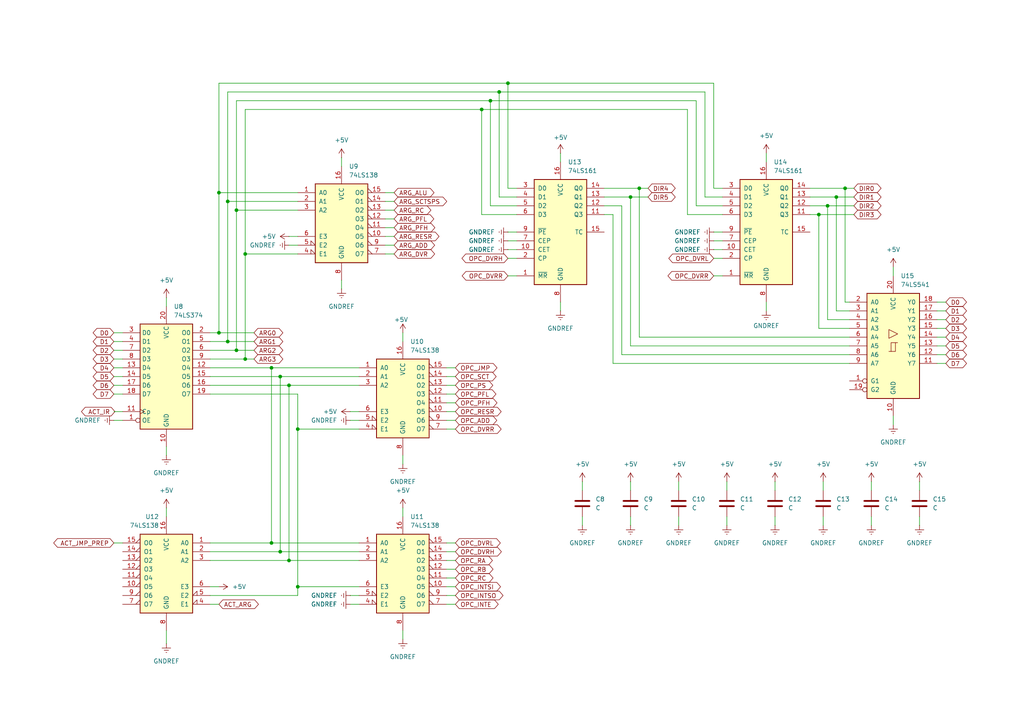
<source format=kicad_sch>
(kicad_sch (version 20250114) (generator "eeschema") (generator_version "9.0")
  (paper "A4")
  (title_block (title "Osnova8 CPU") (date "2025-12-03"))
  (lib_symbols
    (symbol "74xx:74LS138" (pin_names (offset 1.016))
      (property "Reference" "U" (at -7.62 11.43 0))
      (property "Value" "74LS138" (at -7.62 -13.97 0))
      (symbol "74LS138_1_0"
        (pin input line (at -12.7 7.62 0) (length 5.08) (name "A0") (number "1"))
        (pin input line (at -12.7 5.08 0) (length 5.08) (name "A1") (number "2"))
        (pin input line (at -12.7 2.54 0) (length 5.08) (name "A2") (number "3"))
        (pin input line (at -12.7 -5.08 0) (length 5.08) (name "E3") (number "6"))
        (pin input input_low (at -12.7 -7.62 0) (length 5.08) (name "E2") (number "5"))
        (pin input input_low (at -12.7 -10.16 0) (length 5.08) (name "E1") (number "4"))
        (pin power_in line (at 0 15.24 270) (length 5.08) (name "VCC") (number "16"))
        (pin power_in line (at 0 -17.78 90) (length 5.08) (name "GND") (number "8"))
        (pin output output_low (at 12.7 7.62 180) (length 5.08) (name "O0") (number "15"))
        (pin output output_low (at 12.7 5.08 180) (length 5.08) (name "O1") (number "14"))
        (pin output output_low (at 12.7 2.54 180) (length 5.08) (name "O2") (number "13"))
        (pin output output_low (at 12.7 0 180) (length 5.08) (name "O3") (number "12"))
        (pin output output_low (at 12.7 -2.54 180) (length 5.08) (name "O4") (number "11"))
        (pin output output_low (at 12.7 -5.08 180) (length 5.08) (name "O5") (number "10"))
        (pin output output_low (at 12.7 -7.62 180) (length 5.08) (name "O6") (number "9"))
        (pin output output_low (at 12.7 -10.16 180) (length 5.08) (name "O7") (number "7"))
      )
      (symbol "74LS138_1_1"
        (rectangle (start -7.62 10.16) (end 7.62 -12.7) (stroke (width 0.254)) (fill (type background)))
      )
    )
    (symbol "74xx:74LS161" (pin_names (offset 1.016))
      (property "Reference" "U" (at -7.62 16.51 0))
      (property "Value" "74LS161" (at -7.62 -16.51 0))
      (symbol "74LS161_1_0"
        (pin input line (at -12.7 12.7 0) (length 5.08) (name "D0") (number "3"))
        (pin input line (at -12.7 10.16 0) (length 5.08) (name "D1") (number "4"))
        (pin input line (at -12.7 7.62 0) (length 5.08) (name "D2") (number "5"))
        (pin input line (at -12.7 5.08 0) (length 5.08) (name "D3") (number "6"))
        (pin input line (at -12.7 0 0) (length 5.08) (name "~{PE}") (number "9"))
        (pin input line (at -12.7 -2.54 0) (length 5.08) (name "CEP") (number "7"))
        (pin input line (at -12.7 -5.08 0) (length 5.08) (name "CET") (number "10"))
        (pin input line (at -12.7 -7.62 0) (length 5.08) (name "CP") (number "2"))
        (pin input line (at -12.7 -12.7 0) (length 5.08) (name "~{MR}") (number "1"))
        (pin power_in line (at 0 20.32 270) (length 5.08) (name "VCC") (number "16"))
        (pin power_in line (at 0 -20.32 90) (length 5.08) (name "GND") (number "8"))
        (pin output line (at 12.7 12.7 180) (length 5.08) (name "Q0") (number "14"))
        (pin output line (at 12.7 10.16 180) (length 5.08) (name "Q1") (number "13"))
        (pin output line (at 12.7 7.62 180) (length 5.08) (name "Q2") (number "12"))
        (pin output line (at 12.7 5.08 180) (length 5.08) (name "Q3") (number "11"))
        (pin output line (at 12.7 0 180) (length 5.08) (name "TC") (number "15"))
      )
      (symbol "74LS161_1_1"
        (rectangle (start -7.62 15.24) (end 7.62 -15.24) (stroke (width 0.254)) (fill (type background)))
      )
    )
    (symbol "74xx:74LS374"
      (property "Reference" "U" (at -7.62 16.51 0))
      (property "Value" "74LS374" (at -7.62 -16.51 0))
      (symbol "74LS374_1_0"
        (pin input line (at -12.7 12.7 0) (length 5.08) (name "D0") (number "3"))
        (pin input line (at -12.7 10.16 0) (length 5.08) (name "D1") (number "4"))
        (pin input line (at -12.7 7.62 0) (length 5.08) (name "D2") (number "7"))
        (pin input line (at -12.7 5.08 0) (length 5.08) (name "D3") (number "8"))
        (pin input line (at -12.7 2.54 0) (length 5.08) (name "D4") (number "13"))
        (pin input line (at -12.7 0 0) (length 5.08) (name "D5") (number "14"))
        (pin input line (at -12.7 -2.54 0) (length 5.08) (name "D6") (number "17"))
        (pin input line (at -12.7 -5.08 0) (length 5.08) (name "D7") (number "18"))
        (pin input clock (at -12.7 -10.16 0) (length 5.08) (name "Cp") (number "11"))
        (pin input inverted (at -12.7 -12.7 0) (length 5.08) (name "OE") (number "1"))
        (pin power_in line (at 0 20.32 270) (length 5.08) (name "VCC") (number "20"))
        (pin power_in line (at 0 -20.32 90) (length 5.08) (name "GND") (number "10"))
        (pin tri_state line (at 12.7 12.7 180) (length 5.08) (name "O0") (number "2"))
        (pin tri_state line (at 12.7 10.16 180) (length 5.08) (name "O1") (number "5"))
        (pin tri_state line (at 12.7 7.62 180) (length 5.08) (name "O2") (number "6"))
        (pin tri_state line (at 12.7 5.08 180) (length 5.08) (name "O3") (number "9"))
        (pin tri_state line (at 12.7 2.54 180) (length 5.08) (name "O4") (number "12"))
        (pin tri_state line (at 12.7 0 180) (length 5.08) (name "O5") (number "15"))
        (pin tri_state line (at 12.7 -2.54 180) (length 5.08) (name "O6") (number "16"))
        (pin tri_state line (at 12.7 -5.08 180) (length 5.08) (name "O7") (number "19"))
      )
      (symbol "74LS374_1_1"
        (rectangle (start -7.62 15.24) (end 7.62 -15.24) (stroke (width 0.254)) (fill (type background)))
      )
    )
    (symbol "74xx:74LS541" (pin_names (offset 1.016))
      (property "Reference" "U" (at -7.62 16.51 0))
      (property "Value" "74LS541" (at -7.62 -16.51 0))
      (symbol "74LS541_1_0"
        (polyline (pts (xy -1.27 -1.6002) (xy 0.635 -1.6002) (xy 0.635 0.9398) (xy 1.27 0.9398)))
        (polyline (pts (xy -0.635 -1.6002) (xy -0.635 0.9398) (xy 0.635 0.9398)))
        (polyline (pts (xy 1.27 3.4798) (xy -1.27 4.7498) (xy -1.27 2.2098) (xy 1.27 3.4798)) (stroke (width 0.1524)))
        (pin input line (at -12.7 12.7 0) (length 5.08) (name "A0") (number "2"))
        (pin input line (at -12.7 10.16 0) (length 5.08) (name "A1") (number "3"))
        (pin input line (at -12.7 7.62 0) (length 5.08) (name "A2") (number "4"))
        (pin input line (at -12.7 5.08 0) (length 5.08) (name "A3") (number "5"))
        (pin input line (at -12.7 2.54 0) (length 5.08) (name "A4") (number "6"))
        (pin input line (at -12.7 0 0) (length 5.08) (name "A5") (number "7"))
        (pin input line (at -12.7 -2.54 0) (length 5.08) (name "A6") (number "8"))
        (pin input line (at -12.7 -5.08 0) (length 5.08) (name "A7") (number "9"))
        (pin input inverted (at -12.7 -10.16 0) (length 5.08) (name "G1") (number "1"))
        (pin input inverted (at -12.7 -12.7 0) (length 5.08) (name "G2") (number "19"))
        (pin power_in line (at 0 20.32 270) (length 5.08) (name "VCC") (number "20"))
        (pin power_in line (at 0 -20.32 90) (length 5.08) (name "GND") (number "10"))
        (pin tri_state line (at 12.7 12.7 180) (length 5.08) (name "Y0") (number "18"))
        (pin tri_state line (at 12.7 10.16 180) (length 5.08) (name "Y1") (number "17"))
        (pin tri_state line (at 12.7 7.62 180) (length 5.08) (name "Y2") (number "16"))
        (pin tri_state line (at 12.7 5.08 180) (length 5.08) (name "Y3") (number "15"))
        (pin tri_state line (at 12.7 2.54 180) (length 5.08) (name "Y4") (number "14"))
        (pin tri_state line (at 12.7 0 180) (length 5.08) (name "Y5") (number "13"))
        (pin tri_state line (at 12.7 -2.54 180) (length 5.08) (name "Y6") (number "12"))
        (pin tri_state line (at 12.7 -5.08 180) (length 5.08) (name "Y7") (number "11"))
      )
      (symbol "74LS541_1_1"
        (rectangle (start -7.62 15.24) (end 7.62 -15.24) (stroke (width 0.254)) (fill (type background)))
      )
    )
    (symbol "Device:C" (pin_numbers (hide yes)) (pin_names (offset 0.254))
      (property "Reference" "C" (at 0.635 2.54 0))
      (property "Value" "C" (at 0.635 -2.54 0))
      (symbol "C_0_1"
        (polyline (pts (xy -2.032 0.762) (xy 2.032 0.762)) (stroke (width 0.508)))
        (polyline (pts (xy -2.032 -0.762) (xy 2.032 -0.762)) (stroke (width 0.508)))
      )
      (symbol "C_1_1"
        (pin passive line (at 0 3.81 270) (length 2.794) (name "~") (number "1"))
        (pin passive line (at 0 -3.81 90) (length 2.794) (name "~") (number "2"))
      )
    )
    (symbol "power:+5V" (power) (pin_numbers (hide yes)) (pin_names (offset 0) (hide yes))
      (property "Value" "+5V" (at 0 3.556 0))
      (symbol "+5V_0_1"
        (polyline (pts (xy -0.762 1.27) (xy 0 2.54)))
        (polyline (pts (xy 0 2.54) (xy 0.762 1.27)))
        (polyline (pts (xy 0 0) (xy 0 2.54)))
      )
      (symbol "+5V_1_1"
        (pin power_in line (at 0 0 90) (length 0) (name "~") (number "1"))
      )
    )
    (symbol "power:GNDREF" (power) (pin_numbers (hide yes)) (pin_names (offset 0) (hide yes))
      (property "Value" "GNDREF" (at 0 -3.81 0))
      (symbol "GNDREF_0_1"
        (polyline (pts (xy -0.635 -1.905) (xy 0.635 -1.905)))
        (polyline (pts (xy -0.127 -2.54) (xy 0.127 -2.54)))
        (polyline (pts (xy 0 -1.27) (xy 0 0)))
        (polyline (pts (xy 1.27 -1.27) (xy -1.27 -1.27)))
      )
      (symbol "GNDREF_1_1"
        (pin power_in line (at 0 0 270) (length 0) (name "~") (number "1"))
      )
    )
  )
  (junction (at 68.58 101.6))
  (junction (at 81.28 160.02))
  (junction (at 71.12 104.14))
  (junction (at 185.42 54.61))
  (junction (at 81.28 109.22))
  (junction (at 182.88 57.15))
  (junction (at 83.82 111.76))
  (junction (at 144.78 26.67))
  (junction (at 78.74 157.48))
  (junction (at 63.5 55.88))
  (junction (at 78.74 106.68))
  (junction (at 139.7 31.75))
  (junction (at 86.36 170.18))
  (junction (at 240.03 59.69))
  (junction (at 83.82 162.56))
  (junction (at 66.04 99.06))
  (junction (at 147.32 24.13))
  (junction (at 66.04 58.42))
  (junction (at 237.49 62.23))
  (junction (at 242.57 57.15))
  (junction (at 63.5 96.52))
  (junction (at 86.36 124.46))
  (junction (at 68.58 60.96))
  (junction (at 245.11 54.61))
  (junction (at 71.12 73.66))
  (junction (at 142.24 29.21))
  (wire (pts (xy 266.7 139.7) (xy 266.7 142.24)))
  (wire (pts (xy 83.82 111.76) (xy 83.82 162.56)))
  (wire (pts (xy 207.01 67.31) (xy 209.55 67.31)))
  (wire (pts (xy 116.84 147.32) (xy 116.84 149.86)))
  (wire (pts (xy 177.8 62.23) (xy 175.26 62.23)))
  (wire (pts (xy 114.3 58.42) (xy 111.76 58.42)))
  (wire (pts (xy 259.08 77.47) (xy 259.08 80.01)))
  (wire (pts (xy 147.32 72.39) (xy 149.86 72.39)))
  (wire (pts (xy 68.58 101.6) (xy 73.66 101.6)))
  (wire (pts (xy 196.85 149.86) (xy 196.85 152.4)))
  (wire (pts (xy 132.08 172.72) (xy 129.54 172.72)))
  (wire (pts (xy 209.55 62.23) (xy 199.39 62.23)))
  (wire (pts (xy 242.57 57.15) (xy 247.65 57.15)))
  (wire (pts (xy 63.5 24.13) (xy 147.32 24.13)))
  (wire (pts (xy 101.6 175.26) (xy 104.14 175.26)))
  (wire (pts (xy 60.96 162.56) (xy 83.82 162.56)))
  (wire (pts (xy 185.42 97.79) (xy 246.38 97.79)))
  (wire (pts (xy 274.32 90.17) (xy 271.78 90.17)))
  (wire (pts (xy 207.01 74.93) (xy 209.55 74.93)))
  (wire (pts (xy 81.28 109.22) (xy 81.28 160.02)))
  (wire (pts (xy 182.88 57.15) (xy 175.26 57.15)))
  (wire (pts (xy 185.42 54.61) (xy 187.96 54.61)))
  (wire (pts (xy 224.79 149.86) (xy 224.79 152.4)))
  (wire (pts (xy 132.08 162.56) (xy 129.54 162.56)))
  (wire (pts (xy 147.32 69.85) (xy 149.86 69.85)))
  (wire (pts (xy 33.02 157.48) (xy 35.56 157.48)))
  (wire (pts (xy 168.91 149.86) (xy 168.91 152.4)))
  (wire (pts (xy 78.74 106.68) (xy 104.14 106.68)))
  (wire (pts (xy 71.12 73.66) (xy 71.12 104.14)))
  (wire (pts (xy 63.5 96.52) (xy 73.66 96.52)))
  (wire (pts (xy 246.38 105.41) (xy 177.8 105.41)))
  (wire (pts (xy 175.26 54.61) (xy 185.42 54.61)))
  (wire (pts (xy 101.6 119.38) (xy 104.14 119.38)))
  (wire (pts (xy 35.56 99.06) (xy 33.02 99.06)))
  (wire (pts (xy 66.04 26.67) (xy 144.78 26.67)))
  (wire (pts (xy 63.5 55.88) (xy 63.5 96.52)))
  (wire (pts (xy 114.3 63.5) (xy 111.76 63.5)))
  (wire (pts (xy 132.08 160.02) (xy 129.54 160.02)))
  (wire (pts (xy 86.36 170.18) (xy 104.14 170.18)))
  (wire (pts (xy 86.36 58.42) (xy 66.04 58.42)))
  (wire (pts (xy 60.96 106.68) (xy 78.74 106.68)))
  (wire (pts (xy 83.82 111.76) (xy 104.14 111.76)))
  (wire (pts (xy 68.58 60.96) (xy 68.58 101.6)))
  (wire (pts (xy 207.01 54.61) (xy 207.01 24.13)))
  (wire (pts (xy 168.91 139.7) (xy 168.91 142.24)))
  (wire (pts (xy 132.08 175.26) (xy 129.54 175.26)))
  (wire (pts (xy 234.95 57.15) (xy 242.57 57.15)))
  (wire (pts (xy 99.06 81.28) (xy 99.06 83.82)))
  (wire (pts (xy 185.42 54.61) (xy 185.42 97.79)))
  (wire (pts (xy 68.58 29.21) (xy 68.58 60.96)))
  (wire (pts (xy 83.82 162.56) (xy 104.14 162.56)))
  (wire (pts (xy 210.82 139.7) (xy 210.82 142.24)))
  (wire (pts (xy 274.32 87.63) (xy 271.78 87.63)))
  (wire (pts (xy 237.49 62.23) (xy 237.49 95.25)))
  (wire (pts (xy 116.84 182.88) (xy 116.84 185.42)))
  (wire (pts (xy 66.04 26.67) (xy 66.04 58.42)))
  (wire (pts (xy 234.95 62.23) (xy 237.49 62.23)))
  (wire (pts (xy 35.56 106.68) (xy 33.02 106.68)))
  (wire (pts (xy 60.96 172.72) (xy 86.36 172.72)))
  (wire (pts (xy 60.96 96.52) (xy 63.5 96.52)))
  (wire (pts (xy 252.73 139.7) (xy 252.73 142.24)))
  (wire (pts (xy 60.96 104.14) (xy 71.12 104.14)))
  (wire (pts (xy 182.88 149.86) (xy 182.88 152.4)))
  (wire (pts (xy 175.26 59.69) (xy 180.34 59.69)))
  (wire (pts (xy 147.32 24.13) (xy 147.32 54.61)))
  (wire (pts (xy 209.55 59.69) (xy 201.93 59.69)))
  (wire (pts (xy 259.08 120.65) (xy 259.08 123.19)))
  (wire (pts (xy 162.56 87.63) (xy 162.56 90.17)))
  (wire (pts (xy 33.02 119.38) (xy 35.56 119.38)))
  (wire (pts (xy 71.12 73.66) (xy 86.36 73.66)))
  (wire (pts (xy 274.32 100.33) (xy 271.78 100.33)))
  (wire (pts (xy 86.36 114.3) (xy 86.36 124.46)))
  (wire (pts (xy 114.3 73.66) (xy 111.76 73.66)))
  (wire (pts (xy 60.96 114.3) (xy 86.36 114.3)))
  (wire (pts (xy 35.56 104.14) (xy 33.02 104.14)))
  (wire (pts (xy 274.32 102.87) (xy 271.78 102.87)))
  (wire (pts (xy 71.12 31.75) (xy 139.7 31.75)))
  (wire (pts (xy 246.38 87.63) (xy 245.11 87.63)))
  (wire (pts (xy 60.96 109.22) (xy 81.28 109.22)))
  (wire (pts (xy 245.11 54.61) (xy 247.65 54.61)))
  (wire (pts (xy 210.82 149.86) (xy 210.82 152.4)))
  (wire (pts (xy 71.12 31.75) (xy 71.12 73.66)))
  (wire (pts (xy 60.96 160.02) (xy 81.28 160.02)))
  (wire (pts (xy 48.26 86.36) (xy 48.26 88.9)))
  (wire (pts (xy 149.86 62.23) (xy 139.7 62.23)))
  (wire (pts (xy 83.82 68.58) (xy 86.36 68.58)))
  (wire (pts (xy 132.08 114.3) (xy 129.54 114.3)))
  (wire (pts (xy 274.32 97.79) (xy 271.78 97.79)))
  (wire (pts (xy 114.3 68.58) (xy 111.76 68.58)))
  (wire (pts (xy 81.28 160.02) (xy 104.14 160.02)))
  (wire (pts (xy 60.96 175.26) (xy 63.5 175.26)))
  (wire (pts (xy 114.3 55.88) (xy 111.76 55.88)))
  (wire (pts (xy 234.95 59.69) (xy 240.03 59.69)))
  (wire (pts (xy 139.7 31.75) (xy 199.39 31.75)))
  (wire (pts (xy 207.01 69.85) (xy 209.55 69.85)))
  (wire (pts (xy 182.88 100.33) (xy 182.88 57.15)))
  (wire (pts (xy 147.32 67.31) (xy 149.86 67.31)))
  (wire (pts (xy 149.86 59.69) (xy 142.24 59.69)))
  (wire (pts (xy 86.36 170.18) (xy 86.36 172.72)))
  (wire (pts (xy 99.06 45.72) (xy 99.06 48.26)))
  (wire (pts (xy 86.36 124.46) (xy 86.36 170.18)))
  (wire (pts (xy 63.5 24.13) (xy 63.5 55.88)))
  (wire (pts (xy 63.5 55.88) (xy 86.36 55.88)))
  (wire (pts (xy 132.08 121.92) (xy 129.54 121.92)))
  (wire (pts (xy 66.04 58.42) (xy 66.04 99.06)))
  (wire (pts (xy 177.8 105.41) (xy 177.8 62.23)))
  (wire (pts (xy 33.02 121.92) (xy 35.56 121.92)))
  (wire (pts (xy 266.7 149.86) (xy 266.7 152.4)))
  (wire (pts (xy 180.34 59.69) (xy 180.34 102.87)))
  (wire (pts (xy 48.26 147.32) (xy 48.26 149.86)))
  (wire (pts (xy 242.57 57.15) (xy 242.57 90.17)))
  (wire (pts (xy 149.86 54.61) (xy 147.32 54.61)))
  (wire (pts (xy 101.6 172.72) (xy 104.14 172.72)))
  (wire (pts (xy 147.32 80.01) (xy 149.86 80.01)))
  (wire (pts (xy 209.55 54.61) (xy 207.01 54.61)))
  (wire (pts (xy 101.6 121.92) (xy 104.14 121.92)))
  (wire (pts (xy 240.03 92.71) (xy 240.03 59.69)))
  (wire (pts (xy 142.24 59.69) (xy 142.24 29.21)))
  (wire (pts (xy 78.74 157.48) (xy 78.74 106.68)))
  (wire (pts (xy 104.14 124.46) (xy 86.36 124.46)))
  (wire (pts (xy 238.76 149.86) (xy 238.76 152.4)))
  (wire (pts (xy 242.57 90.17) (xy 246.38 90.17)))
  (wire (pts (xy 201.93 59.69) (xy 201.93 29.21)))
  (wire (pts (xy 196.85 139.7) (xy 196.85 142.24)))
  (wire (pts (xy 182.88 57.15) (xy 187.96 57.15)))
  (wire (pts (xy 60.96 170.18) (xy 63.5 170.18)))
  (wire (pts (xy 144.78 57.15) (xy 144.78 26.67)))
  (wire (pts (xy 274.32 95.25) (xy 271.78 95.25)))
  (wire (pts (xy 222.25 87.63) (xy 222.25 90.17)))
  (wire (pts (xy 237.49 95.25) (xy 246.38 95.25)))
  (wire (pts (xy 147.32 24.13) (xy 207.01 24.13)))
  (wire (pts (xy 234.95 54.61) (xy 245.11 54.61)))
  (wire (pts (xy 207.01 80.01) (xy 209.55 80.01)))
  (wire (pts (xy 116.84 132.08) (xy 116.84 134.62)))
  (wire (pts (xy 114.3 66.04) (xy 111.76 66.04)))
  (wire (pts (xy 139.7 62.23) (xy 139.7 31.75)))
  (wire (pts (xy 48.26 182.88) (xy 48.26 186.69)))
  (wire (pts (xy 204.47 57.15) (xy 204.47 26.67)))
  (wire (pts (xy 274.32 105.41) (xy 271.78 105.41)))
  (wire (pts (xy 68.58 29.21) (xy 142.24 29.21)))
  (wire (pts (xy 246.38 92.71) (xy 240.03 92.71)))
  (wire (pts (xy 114.3 60.96) (xy 111.76 60.96)))
  (wire (pts (xy 132.08 167.64) (xy 129.54 167.64)))
  (wire (pts (xy 222.25 44.45) (xy 222.25 46.99)))
  (wire (pts (xy 132.08 119.38) (xy 129.54 119.38)))
  (wire (pts (xy 35.56 109.22) (xy 33.02 109.22)))
  (wire (pts (xy 60.96 101.6) (xy 68.58 101.6)))
  (wire (pts (xy 180.34 102.87) (xy 246.38 102.87)))
  (wire (pts (xy 224.79 139.7) (xy 224.79 142.24)))
  (wire (pts (xy 199.39 62.23) (xy 199.39 31.75)))
  (wire (pts (xy 83.82 71.12) (xy 86.36 71.12)))
  (wire (pts (xy 104.14 109.22) (xy 81.28 109.22)))
  (wire (pts (xy 71.12 104.14) (xy 73.66 104.14)))
  (wire (pts (xy 132.08 157.48) (xy 129.54 157.48)))
  (wire (pts (xy 35.56 114.3) (xy 33.02 114.3)))
  (wire (pts (xy 78.74 157.48) (xy 104.14 157.48)))
  (wire (pts (xy 149.86 57.15) (xy 144.78 57.15)))
  (wire (pts (xy 114.3 71.12) (xy 111.76 71.12)))
  (wire (pts (xy 246.38 100.33) (xy 182.88 100.33)))
  (wire (pts (xy 147.32 74.93) (xy 149.86 74.93)))
  (wire (pts (xy 245.11 87.63) (xy 245.11 54.61)))
  (wire (pts (xy 116.84 96.52) (xy 116.84 99.06)))
  (wire (pts (xy 48.26 129.54) (xy 48.26 132.08)))
  (wire (pts (xy 132.08 124.46) (xy 129.54 124.46)))
  (wire (pts (xy 132.08 165.1) (xy 129.54 165.1)))
  (wire (pts (xy 162.56 44.45) (xy 162.56 46.99)))
  (wire (pts (xy 240.03 59.69) (xy 247.65 59.69)))
  (wire (pts (xy 66.04 99.06) (xy 73.66 99.06)))
  (wire (pts (xy 35.56 111.76) (xy 33.02 111.76)))
  (wire (pts (xy 144.78 26.67) (xy 204.47 26.67)))
  (wire (pts (xy 237.49 62.23) (xy 247.65 62.23)))
  (wire (pts (xy 182.88 139.7) (xy 182.88 142.24)))
  (wire (pts (xy 207.01 72.39) (xy 209.55 72.39)))
  (wire (pts (xy 66.04 99.06) (xy 60.96 99.06)))
  (wire (pts (xy 132.08 109.22) (xy 129.54 109.22)))
  (wire (pts (xy 60.96 111.76) (xy 83.82 111.76)))
  (wire (pts (xy 252.73 149.86) (xy 252.73 152.4)))
  (wire (pts (xy 238.76 139.7) (xy 238.76 142.24)))
  (wire (pts (xy 209.55 57.15) (xy 204.47 57.15)))
  (wire (pts (xy 142.24 29.21) (xy 201.93 29.21)))
  (wire (pts (xy 35.56 96.52) (xy 33.02 96.52)))
  (wire (pts (xy 35.56 101.6) (xy 33.02 101.6)))
  (wire (pts (xy 132.08 106.68) (xy 129.54 106.68)))
  (wire (pts (xy 274.32 92.71) (xy 271.78 92.71)))
  (wire (pts (xy 60.96 157.48) (xy 78.74 157.48)))
  (wire (pts (xy 132.08 116.84) (xy 129.54 116.84)))
  (wire (pts (xy 132.08 111.76) (xy 129.54 111.76)))
  (wire (pts (xy 132.08 170.18) (xy 129.54 170.18)))
  (wire (pts (xy 68.58 60.96) (xy 86.36 60.96)))
  (global_label "OPC_RA" (shape bidirectional) (at 132.08 162.56 0) (property "Intersheetrefs" "${INTERSHEET_REFS}" (effects (hide yes))))
  (global_label "ARG_DVR" (shape bidirectional) (at 114.3 73.66 0) (property "Intersheetrefs" "${INTERSHEET_REFS}" (effects (hide yes))))
  (global_label "DIR3" (shape bidirectional) (at 247.65 62.23 0) (property "Intersheetrefs" "${INTERSHEET_REFS}" (effects (hide yes))))
  (global_label "D0" (shape bidirectional) (at 33.02 96.52 180) (property "Intersheetrefs" "${INTERSHEET_REFS}" (effects (hide yes))))
  (global_label "OPC_INTSO" (shape bidirectional) (at 132.08 172.72 0) (property "Intersheetrefs" "${INTERSHEET_REFS}" (effects (hide yes))))
  (global_label "OPC_DVRL" (shape bidirectional) (at 132.08 157.48 0) (property "Intersheetrefs" "${INTERSHEET_REFS}" (effects (hide yes))))
  (global_label "DIR4" (shape bidirectional) (at 187.96 54.61 0) (property "Intersheetrefs" "${INTERSHEET_REFS}" (effects (hide yes))))
  (global_label "ARG_PFL" (shape bidirectional) (at 114.3 63.5 0) (property "Intersheetrefs" "${INTERSHEET_REFS}" (effects (hide yes))))
  (global_label "ARG_SCTSPS" (shape bidirectional) (at 114.3 58.42 0) (property "Intersheetrefs" "${INTERSHEET_REFS}" (effects (hide yes))))
  (global_label "D5" (shape bidirectional) (at 33.02 109.22 180) (property "Intersheetrefs" "${INTERSHEET_REFS}" (effects (hide yes))))
  (global_label "D0" (shape bidirectional) (at 274.32 87.63 0) (property "Intersheetrefs" "${INTERSHEET_REFS}" (effects (hide yes))))
  (global_label "OPC_INTE" (shape bidirectional) (at 132.08 175.26 0) (property "Intersheetrefs" "${INTERSHEET_REFS}" (effects (hide yes))))
  (global_label "ARG2" (shape bidirectional) (at 73.66 101.6 0) (property "Intersheetrefs" "${INTERSHEET_REFS}" (effects (hide yes))))
  (global_label "D3" (shape bidirectional) (at 274.32 95.25 0) (property "Intersheetrefs" "${INTERSHEET_REFS}" (effects (hide yes))))
  (global_label "OPC_DVRR" (shape bidirectional) (at 207.01 80.01 180) (property "Intersheetrefs" "${INTERSHEET_REFS}" (effects (hide yes))))
  (global_label "D6" (shape bidirectional) (at 33.02 111.76 180) (property "Intersheetrefs" "${INTERSHEET_REFS}" (effects (hide yes))))
  (global_label "OPC_RESR" (shape bidirectional) (at 132.08 119.38 0) (property "Intersheetrefs" "${INTERSHEET_REFS}" (effects (hide yes))))
  (global_label "OPC_DVRR" (shape bidirectional) (at 132.08 124.46 0) (property "Intersheetrefs" "${INTERSHEET_REFS}" (effects (hide yes))))
  (global_label "OPC_PFL" (shape bidirectional) (at 132.08 114.3 0) (property "Intersheetrefs" "${INTERSHEET_REFS}" (effects (hide yes))))
  (global_label "D1" (shape bidirectional) (at 33.02 99.06 180) (property "Intersheetrefs" "${INTERSHEET_REFS}" (effects (hide yes))))
  (global_label "OPC_DVRH" (shape bidirectional) (at 132.08 160.02 0) (property "Intersheetrefs" "${INTERSHEET_REFS}" (effects (hide yes))))
  (global_label "DIR5" (shape bidirectional) (at 187.96 57.15 0) (property "Intersheetrefs" "${INTERSHEET_REFS}" (effects (hide yes))))
  (global_label "DIR2" (shape bidirectional) (at 247.65 59.69 0) (property "Intersheetrefs" "${INTERSHEET_REFS}" (effects (hide yes))))
  (global_label "OPC_PFH" (shape bidirectional) (at 132.08 116.84 0) (property "Intersheetrefs" "${INTERSHEET_REFS}" (effects (hide yes))))
  (global_label "D7" (shape bidirectional) (at 33.02 114.3 180) (property "Intersheetrefs" "${INTERSHEET_REFS}" (effects (hide yes))))
  (global_label "OPC_ADD" (shape bidirectional) (at 132.08 121.92 0) (property "Intersheetrefs" "${INTERSHEET_REFS}" (effects (hide yes))))
  (global_label "D4" (shape bidirectional) (at 274.32 97.79 0) (property "Intersheetrefs" "${INTERSHEET_REFS}" (effects (hide yes))))
  (global_label "D2" (shape bidirectional) (at 274.32 92.71 0) (property "Intersheetrefs" "${INTERSHEET_REFS}" (effects (hide yes))))
  (global_label "ACT_ARG" (shape bidirectional) (at 63.5 175.26 0) (property "Intersheetrefs" "${INTERSHEET_REFS}" (effects (hide yes))))
  (global_label "OPC_RC" (shape bidirectional) (at 132.08 167.64 0) (property "Intersheetrefs" "${INTERSHEET_REFS}" (effects (hide yes))))
  (global_label "ARG_ADD" (shape bidirectional) (at 114.3 71.12 0) (property "Intersheetrefs" "${INTERSHEET_REFS}" (effects (hide yes))))
  (global_label "D4" (shape bidirectional) (at 33.02 106.68 180) (property "Intersheetrefs" "${INTERSHEET_REFS}" (effects (hide yes))))
  (global_label "DIR0" (shape bidirectional) (at 247.65 54.61 0) (property "Intersheetrefs" "${INTERSHEET_REFS}" (effects (hide yes))))
  (global_label "D2" (shape bidirectional) (at 33.02 101.6 180) (property "Intersheetrefs" "${INTERSHEET_REFS}" (effects (hide yes))))
  (global_label "ARG_RC" (shape bidirectional) (at 114.3 60.96 0) (property "Intersheetrefs" "${INTERSHEET_REFS}" (effects (hide yes))))
  (global_label "ARG0" (shape bidirectional) (at 73.66 96.52 0) (property "Intersheetrefs" "${INTERSHEET_REFS}" (effects (hide yes))))
  (global_label "OPC_DVRR" (shape bidirectional) (at 147.32 80.01 180) (property "Intersheetrefs" "${INTERSHEET_REFS}" (effects (hide yes))))
  (global_label "OPC_SCT" (shape bidirectional) (at 132.08 109.22 0) (property "Intersheetrefs" "${INTERSHEET_REFS}" (effects (hide yes))))
  (global_label "ARG_ALU" (shape bidirectional) (at 114.3 55.88 0) (property "Intersheetrefs" "${INTERSHEET_REFS}" (effects (hide yes))))
  (global_label "D5" (shape bidirectional) (at 274.32 100.33 0) (property "Intersheetrefs" "${INTERSHEET_REFS}" (effects (hide yes))))
  (global_label "OPC_DVRL" (shape bidirectional) (at 207.01 74.93 180) (property "Intersheetrefs" "${INTERSHEET_REFS}" (effects (hide yes))))
  (global_label "ACT_JMP_PREP" (shape bidirectional) (at 33.02 157.48 180) (property "Intersheetrefs" "${INTERSHEET_REFS}" (effects (hide yes))))
  (global_label "D6" (shape bidirectional) (at 274.32 102.87 0) (property "Intersheetrefs" "${INTERSHEET_REFS}" (effects (hide yes))))
  (global_label "OPC_PS" (shape bidirectional) (at 132.08 111.76 0) (property "Intersheetrefs" "${INTERSHEET_REFS}" (effects (hide yes))))
  (global_label "DIR1" (shape bidirectional) (at 247.65 57.15 0) (property "Intersheetrefs" "${INTERSHEET_REFS}" (effects (hide yes))))
  (global_label "OPC_DVRH" (shape bidirectional) (at 147.32 74.93 180) (property "Intersheetrefs" "${INTERSHEET_REFS}" (effects (hide yes))))
  (global_label "D1" (shape bidirectional) (at 274.32 90.17 0) (property "Intersheetrefs" "${INTERSHEET_REFS}" (effects (hide yes))))
  (global_label "ARG1" (shape bidirectional) (at 73.66 99.06 0) (property "Intersheetrefs" "${INTERSHEET_REFS}" (effects (hide yes))))
  (global_label "ARG_RESR" (shape bidirectional) (at 114.3 68.58 0) (property "Intersheetrefs" "${INTERSHEET_REFS}" (effects (hide yes))))
  (global_label "OPC_INTSI" (shape bidirectional) (at 132.08 170.18 0) (property "Intersheetrefs" "${INTERSHEET_REFS}" (effects (hide yes))))
  (global_label "D7" (shape bidirectional) (at 274.32 105.41 0) (property "Intersheetrefs" "${INTERSHEET_REFS}" (effects (hide yes))))
  (global_label "ACT_IR" (shape bidirectional) (at 33.3386 119.38 180) (property "Intersheetrefs" "${INTERSHEET_REFS}" (effects (hide yes))))
  (global_label "OPC_JMP" (shape bidirectional) (at 132.08 106.68 0) (property "Intersheetrefs" "${INTERSHEET_REFS}" (effects (hide yes))))
  (global_label "ARG_PFH" (shape bidirectional) (at 114.3 66.04 0) (property "Intersheetrefs" "${INTERSHEET_REFS}" (effects (hide yes))))
  (global_label "D3" (shape bidirectional) (at 33.02 104.14 180) (property "Intersheetrefs" "${INTERSHEET_REFS}" (effects (hide yes))))
  (global_label "ARG3" (shape bidirectional) (at 73.66 104.14 0) (property "Intersheetrefs" "${INTERSHEET_REFS}" (effects (hide yes))))
  (global_label "OPC_RB" (shape bidirectional) (at 132.08 165.1 0) (property "Intersheetrefs" "${INTERSHEET_REFS}" (effects (hide yes))))
  (symbol (lib_id "74xx:74LS138") (at 116.84 165.1 0) (unit 1)
    (property "Reference" "U11" (at 118.9833 149.86 0) (effects (justify left)))
    (property "Value" "74LS138" (at 118.9833 152.4 0) (effects (justify left)))
    (property "Datasheet" "http://www.ti.com/lit/gpn/sn74LS138" (effects (hide yes)))
    (property "Description" "Decoder 3 to 8 active low outputs" (effects (hide yes)))
  )
  (symbol (lib_id "74xx:74LS161") (at 222.25 67.31 0) (unit 1)
    (property "Reference" "U14" (at 224.3933 46.99 0) (effects (justify left)))
    (property "Value" "74LS161" (at 224.3933 49.53 0) (effects (justify left)))
    (property "Datasheet" "http://www.ti.com/lit/gpn/sn74LS161" (effects (hide yes)))
    (property "Description" "Synchronous 4-bit programmable binary Counter" (effects (hide yes)))
  )
  (symbol (lib_id "Device:C") (at 266.7 146.05 0) (unit 1)
    (property "Reference" "C15" (at 270.51 144.7799 0) (effects (justify left)))
    (property "Value" "C" (at 270.51 147.3199 0) (effects (justify left)))
    (property "Description" "Unpolarized capacitor" (effects (hide yes)))
  )
  (symbol (lib_id "power:+5V") (at 99.06 45.72 0) (unit 1)
    (property "Reference" "#PWR035" (effects (hide yes)))
    (property "Value" "+5V" (at 99.06 40.64 0))
    (property "Description" "Power symbol creates a global label with name \"+5V\"" (effects (hide yes)))
  )
  (symbol (lib_id "power:+5V") (at 162.56 44.45 0) (unit 1)
    (property "Reference" "#PWR064" (effects (hide yes)))
    (property "Value" "+5V" (at 162.56 39.878 0))
    (property "Description" "Power symbol creates a global label with name \"+5V\"" (effects (hide yes)))
  )
  (symbol (lib_id "power:+5V") (at 252.73 139.7 0) (unit 1)
    (property "Reference" "#PWR062" (effects (hide yes)))
    (property "Value" "+5V" (at 252.73 134.62 0))
    (property "Description" "Power symbol creates a global label with name \"+5V\"" (effects (hide yes)))
  )
  (symbol (lib_id "74xx:74LS138") (at 116.84 114.3 0) (unit 1)
    (property "Reference" "U10" (at 118.9833 99.06 0) (effects (justify left)))
    (property "Value" "74LS138" (at 118.9833 101.6 0) (effects (justify left)))
    (property "Datasheet" "http://www.ti.com/lit/gpn/sn74LS138" (effects (hide yes)))
    (property "Description" "Decoder 3 to 8 active low outputs" (effects (hide yes)))
  )
  (symbol (lib_id "power:GNDREF") (at 48.26 186.69 0) (unit 1)
    (property "Reference" "#PWR042" (effects (hide yes)))
    (property "Value" "GNDREF" (at 48.26 191.77 0))
    (property "Description" "Power symbol creates a global label with name \"GNDREF\" , reference supply ground" (effects (hide yes)))
  )
  (symbol (lib_id "power:GNDREF") (at 162.56 90.17 0) (unit 1)
    (property "Reference" "#PWR065" (effects (hide yes)))
    (property "Value" "GNDREF" (at 162.56 95.25 0))
    (property "Description" "Power symbol creates a global label with name \"GNDREF\" , reference supply ground" (effects (hide yes)))
  )
  (symbol (lib_id "power:+5V") (at 196.85 139.7 0) (unit 1)
    (property "Reference" "#PWR054" (effects (hide yes)))
    (property "Value" "+5V" (at 196.85 134.62 0))
    (property "Description" "Power symbol creates a global label with name \"+5V\"" (effects (hide yes)))
  )
  (symbol (lib_id "power:+5V") (at 83.82 68.58 90) (unit 1)
    (property "Reference" "#PWR044" (effects (hide yes)))
    (property "Value" "+5V" (at 80.01 68.5799 90) (effects (justify left)))
    (property "Description" "Power symbol creates a global label with name \"+5V\"" (effects (hide yes)))
  )
  (symbol (lib_id "power:GNDREF") (at 101.6 175.26 270) (unit 1)
    (property "Reference" "#PWR047" (effects (hide yes)))
    (property "Value" "GNDREF" (at 97.79 175.2599 90) (effects (justify right)))
    (property "Description" "Power symbol creates a global label with name \"GNDREF\" , reference supply ground" (effects (hide yes)))
  )
  (symbol (lib_id "power:GNDREF") (at 182.88 152.4 0) (unit 1)
    (property "Reference" "#PWR053" (effects (hide yes)))
    (property "Value" "GNDREF" (at 182.88 157.48 0))
    (property "Description" "Power symbol creates a global label with name \"GNDREF\" , reference supply ground" (effects (hide yes)))
  )
  (symbol (lib_id "power:+5V") (at 224.79 139.7 0) (unit 1)
    (property "Reference" "#PWR058" (effects (hide yes)))
    (property "Value" "+5V" (at 224.79 134.62 0))
    (property "Description" "Power symbol creates a global label with name \"+5V\"" (effects (hide yes)))
  )
  (symbol (lib_id "Device:C") (at 224.79 146.05 0) (unit 1)
    (property "Reference" "C12" (at 228.6 144.7799 0) (effects (justify left)))
    (property "Value" "C" (at 228.6 147.3199 0) (effects (justify left)))
    (property "Description" "Unpolarized capacitor" (effects (hide yes)))
  )
  (symbol (lib_id "power:GNDREF") (at 147.32 69.85 270) (unit 1)
    (property "Reference" "#PWR067" (effects (hide yes)))
    (property "Value" "GNDREF" (at 143.51 69.8499 90) (effects (justify right)))
    (property "Description" "Power symbol creates a global label with name \"GNDREF\" , reference supply ground" (effects (hide yes)))
  )
  (symbol (lib_id "74xx:74LS374") (at 48.26 109.22 0) (unit 1)
    (property "Reference" "U8" (at 50.4033 88.9 0) (effects (justify left)))
    (property "Value" "74LS374" (at 50.4033 91.44 0) (effects (justify left)))
    (property "Datasheet" "http://www.ti.com/lit/gpn/sn74LS374" (effects (hide yes)))
    (property "Description" "8-bit Register, 3-state outputs" (effects (hide yes)))
  )
  (symbol (lib_id "74xx:74LS161") (at 162.56 67.31 0) (unit 1)
    (property "Reference" "U13" (at 164.7033 46.99 0) (effects (justify left)))
    (property "Value" "74LS161" (at 164.7033 49.53 0) (effects (justify left)))
    (property "Datasheet" "http://www.ti.com/lit/gpn/sn74LS161" (effects (hide yes)))
    (property "Description" "Synchronous 4-bit programmable binary Counter" (effects (hide yes)))
  )
  (symbol (lib_id "power:GNDREF") (at 33.02 121.92 270) (unit 1)
    (property "Reference" "#PWR034" (effects (hide yes)))
    (property "Value" "GNDREF" (at 29.21 121.9199 90) (effects (justify right)))
    (property "Description" "Power symbol creates a global label with name \"GNDREF\" , reference supply ground" (effects (hide yes)))
  )
  (symbol (lib_id "power:GNDREF") (at 168.91 152.4 0) (unit 1)
    (property "Reference" "#PWR051" (effects (hide yes)))
    (property "Value" "GNDREF" (at 168.91 157.48 0))
    (property "Description" "Power symbol creates a global label with name \"GNDREF\" , reference supply ground" (effects (hide yes)))
  )
  (symbol (lib_id "74xx:74LS541") (at 259.08 100.33 0) (unit 1)
    (property "Reference" "U15" (at 261.2233 80.01 0) (effects (justify left)))
    (property "Value" "74LS541" (at 261.2233 82.55 0) (effects (justify left)))
    (property "Datasheet" "http://www.ti.com/lit/gpn/sn74LS541" (effects (hide yes)))
    (property "Description" "8-bit Buffer/Line Driver 3-state outputs" (effects (hide yes)))
  )
  (symbol (lib_id "power:GNDREF") (at 259.08 123.19 0) (unit 1)
    (property "Reference" "#PWR074" (effects (hide yes)))
    (property "Value" "GNDREF" (at 259.08 128.27 0))
    (property "Description" "Power symbol creates a global label with name \"GNDREF\" , reference supply ground" (effects (hide yes)))
  )
  (symbol (lib_id "power:GNDREF") (at 222.25 90.17 0) (unit 1)
    (property "Reference" "#PWR073" (effects (hide yes)))
    (property "Value" "GNDREF" (at 222.25 94.488 0))
    (property "Description" "Power symbol creates a global label with name \"GNDREF\" , reference supply ground" (effects (hide yes)))
  )
  (symbol (lib_id "power:+5V") (at 116.84 147.32 0) (unit 1)
    (property "Reference" "#PWR039" (effects (hide yes)))
    (property "Value" "+5V" (at 116.84 142.24 0))
    (property "Description" "Power symbol creates a global label with name \"+5V\"" (effects (hide yes)))
  )
  (symbol (lib_id "power:+5V") (at 116.84 96.52 0) (unit 1)
    (property "Reference" "#PWR037" (effects (hide yes)))
    (property "Value" "+5V" (at 116.332 92.71 0))
    (property "Description" "Power symbol creates a global label with name \"+5V\"" (effects (hide yes)))
  )
  (symbol (lib_id "power:GNDREF") (at 207.01 72.39 270) (unit 1)
    (property "Reference" "#PWR071" (effects (hide yes)))
    (property "Value" "GNDREF" (at 203.2 72.3899 90) (effects (justify right)))
    (property "Description" "Power symbol creates a global label with name \"GNDREF\" , reference supply ground" (effects (hide yes)))
  )
  (symbol (lib_id "Device:C") (at 238.76 146.05 0) (unit 1)
    (property "Reference" "C13" (at 242.57 144.7799 0) (effects (justify left)))
    (property "Value" "C" (at 242.57 147.3199 0) (effects (justify left)))
    (property "Description" "Unpolarized capacitor" (effects (hide yes)))
  )
  (symbol (lib_id "power:+5V") (at 48.26 147.32 0) (unit 1)
    (property "Reference" "#PWR041" (effects (hide yes)))
    (property "Value" "+5V" (at 48.26 142.24 0))
    (property "Description" "Power symbol creates a global label with name \"+5V\"" (effects (hide yes)))
  )
  (symbol (lib_id "power:GNDREF") (at 207.01 69.85 270) (unit 1)
    (property "Reference" "#PWR070" (effects (hide yes)))
    (property "Value" "GNDREF" (at 203.2 69.8499 90) (effects (justify right)))
    (property "Description" "Power symbol creates a global label with name \"GNDREF\" , reference supply ground" (effects (hide yes)))
  )
  (symbol (lib_id "power:GNDREF") (at 207.01 67.31 270) (unit 1)
    (property "Reference" "#PWR069" (effects (hide yes)))
    (property "Value" "GNDREF" (at 203.2 67.3099 90) (effects (justify right)))
    (property "Description" "Power symbol creates a global label with name \"GNDREF\" , reference supply ground" (effects (hide yes)))
  )
  (symbol (lib_id "power:+5V") (at 238.76 139.7 0) (unit 1)
    (property "Reference" "#PWR060" (effects (hide yes)))
    (property "Value" "+5V" (at 238.76 134.62 0))
    (property "Description" "Power symbol creates a global label with name \"+5V\"" (effects (hide yes)))
  )
  (symbol (lib_id "power:GNDREF") (at 252.73 152.4 0) (unit 1)
    (property "Reference" "#PWR063" (effects (hide yes)))
    (property "Value" "GNDREF" (at 252.73 157.48 0))
    (property "Description" "Power symbol creates a global label with name \"GNDREF\" , reference supply ground" (effects (hide yes)))
  )
  (symbol (lib_id "power:GNDREF") (at 48.26 132.08 0) (unit 1)
    (property "Reference" "#PWR033" (effects (hide yes)))
    (property "Value" "GNDREF" (at 48.26 137.16 0))
    (property "Description" "Power symbol creates a global label with name \"GNDREF\" , reference supply ground" (effects (hide yes)))
  )
  (symbol (lib_id "74xx:74LS138") (at 99.06 63.5 0) (unit 1)
    (property "Reference" "U9" (at 101.2033 48.26 0) (effects (justify left)))
    (property "Value" "74LS138" (at 101.2033 50.8 0) (effects (justify left)))
    (property "Datasheet" "http://www.ti.com/lit/gpn/sn74LS138" (effects (hide yes)))
    (property "Description" "Decoder 3 to 8 active low outputs" (effects (hide yes)))
  )
  (symbol (lib_id "Device:C") (at 168.91 146.05 0) (unit 1)
    (property "Reference" "C8" (at 172.72 144.7799 0) (effects (justify left)))
    (property "Value" "C" (at 172.72 147.3199 0) (effects (justify left)))
    (property "Description" "Unpolarized capacitor" (effects (hide yes)))
  )
  (symbol (lib_id "power:GNDREF") (at 147.32 67.31 270) (unit 1)
    (property "Reference" "#PWR066" (effects (hide yes)))
    (property "Value" "GNDREF" (at 143.51 67.3099 90) (effects (justify right)))
    (property "Description" "Power symbol creates a global label with name \"GNDREF\" , reference supply ground" (effects (hide yes)))
  )
  (symbol (lib_id "power:+5V") (at 63.5 170.18 270) (mirror x) (unit 1)
    (property "Reference" "#PWR049" (effects (hide yes)))
    (property "Value" "+5V" (at 67.31 170.1799 90) (effects (justify left)))
    (property "Description" "Power symbol creates a global label with name \"+5V\"" (effects (hide yes)))
  )
  (symbol (lib_id "Device:C") (at 252.73 146.05 0) (unit 1)
    (property "Reference" "C14" (at 256.54 144.7799 0) (effects (justify left)))
    (property "Value" "C" (at 256.54 147.3199 0) (effects (justify left)))
    (property "Description" "Unpolarized capacitor" (effects (hide yes)))
  )
  (symbol (lib_id "power:+5V") (at 266.7 139.7 0) (unit 1)
    (property "Reference" "#PWR076" (effects (hide yes)))
    (property "Value" "+5V" (at 266.7 134.62 0))
    (property "Description" "Power symbol creates a global label with name \"+5V\"" (effects (hide yes)))
  )
  (symbol (lib_id "Device:C") (at 210.82 146.05 0) (unit 1)
    (property "Reference" "C11" (at 214.63 144.7799 0) (effects (justify left)))
    (property "Value" "C" (at 214.63 147.3199 0) (effects (justify left)))
    (property "Description" "Unpolarized capacitor" (effects (hide yes)))
  )
  (symbol (lib_id "power:GNDREF") (at 147.32 72.39 270) (unit 1)
    (property "Reference" "#PWR068" (effects (hide yes)))
    (property "Value" "GNDREF" (at 143.51 72.3899 90) (effects (justify right)))
    (property "Description" "Power symbol creates a global label with name \"GNDREF\" , reference supply ground" (effects (hide yes)))
  )
  (symbol (lib_id "power:+5V") (at 101.6 119.38 90) (unit 1)
    (property "Reference" "#PWR043" (effects (hide yes)))
    (property "Value" "+5V" (at 97.79 119.3799 90) (effects (justify left)))
    (property "Description" "Power symbol creates a global label with name \"+5V\"" (effects (hide yes)))
  )
  (symbol (lib_id "power:GNDREF") (at 99.06 83.82 0) (unit 1)
    (property "Reference" "#PWR036" (effects (hide yes)))
    (property "Value" "GNDREF" (at 99.06 88.9 0))
    (property "Description" "Power symbol creates a global label with name \"GNDREF\" , reference supply ground" (effects (hide yes)))
  )
  (symbol (lib_id "power:GNDREF") (at 116.84 185.42 0) (unit 1)
    (property "Reference" "#PWR040" (effects (hide yes)))
    (property "Value" "GNDREF" (at 116.84 190.5 0))
    (property "Description" "Power symbol creates a global label with name \"GNDREF\" , reference supply ground" (effects (hide yes)))
  )
  (symbol (lib_id "power:GNDREF") (at 224.79 152.4 0) (unit 1)
    (property "Reference" "#PWR059" (effects (hide yes)))
    (property "Value" "GNDREF" (at 224.79 157.48 0))
    (property "Description" "Power symbol creates a global label with name \"GNDREF\" , reference supply ground" (effects (hide yes)))
  )
  (symbol (lib_id "power:+5V") (at 48.26 86.36 0) (unit 1)
    (property "Reference" "#PWR032" (effects (hide yes)))
    (property "Value" "+5V" (at 48.26 81.28 0))
    (property "Description" "Power symbol creates a global label with name \"+5V\"" (effects (hide yes)))
  )
  (symbol (lib_id "power:+5V") (at 182.88 139.7 0) (unit 1)
    (property "Reference" "#PWR052" (effects (hide yes)))
    (property "Value" "+5V" (at 182.88 134.62 0))
    (property "Description" "Power symbol creates a global label with name \"+5V\"" (effects (hide yes)))
  )
  (symbol (lib_id "power:GNDREF") (at 101.6 121.92 270) (unit 1)
    (property "Reference" "#PWR045" (effects (hide yes)))
    (property "Value" "GNDREF" (at 97.79 121.9199 90) (effects (justify right)))
    (property "Description" "Power symbol creates a global label with name \"GNDREF\" , reference supply ground" (effects (hide yes)))
  )
  (symbol (lib_id "power:GNDREF") (at 266.7 152.4 0) (unit 1)
    (property "Reference" "#PWR077" (effects (hide yes)))
    (property "Value" "GNDREF" (at 266.7 157.48 0))
    (property "Description" "Power symbol creates a global label with name \"GNDREF\" , reference supply ground" (effects (hide yes)))
  )
  (symbol (lib_id "power:+5V") (at 222.25 44.45 0) (unit 1)
    (property "Reference" "#PWR072" (effects (hide yes)))
    (property "Value" "+5V" (at 222.25 39.37 0))
    (property "Description" "Power symbol creates a global label with name \"+5V\"" (effects (hide yes)))
  )
  (symbol (lib_id "power:GNDREF") (at 83.82 71.12 270) (unit 1)
    (property "Reference" "#PWR048" (effects (hide yes)))
    (property "Value" "GNDREF" (at 80.01 71.1199 90) (effects (justify right)))
    (property "Description" "Power symbol creates a global label with name \"GNDREF\" , reference supply ground" (effects (hide yes)))
  )
  (symbol (lib_id "power:+5V") (at 259.08 77.47 0) (unit 1)
    (property "Reference" "#PWR075" (effects (hide yes)))
    (property "Value" "+5V" (at 259.08 72.39 0))
    (property "Description" "Power symbol creates a global label with name \"+5V\"" (effects (hide yes)))
  )
  (symbol (lib_id "power:GNDREF") (at 238.76 152.4 0) (unit 1)
    (property "Reference" "#PWR061" (effects (hide yes)))
    (property "Value" "GNDREF" (at 238.76 157.48 0))
    (property "Description" "Power symbol creates a global label with name \"GNDREF\" , reference supply ground" (effects (hide yes)))
  )
  (symbol (lib_id "74xx:74LS138") (at 48.26 165.1 0) (mirror y) (unit 1)
    (property "Reference" "U12" (at 46.1167 149.86 0) (effects (justify left)))
    (property "Value" "74LS138" (at 46.1167 152.4 0) (effects (justify left)))
    (property "Datasheet" "http://www.ti.com/lit/gpn/sn74LS138" (effects (hide yes)))
    (property "Description" "Decoder 3 to 8 active low outputs" (effects (hide yes)))
  )
  (symbol (lib_id "power:GNDREF") (at 196.85 152.4 0) (unit 1)
    (property "Reference" "#PWR055" (effects (hide yes)))
    (property "Value" "GNDREF" (at 196.85 157.48 0))
    (property "Description" "Power symbol creates a global label with name \"GNDREF\" , reference supply ground" (effects (hide yes)))
  )
  (symbol (lib_id "power:GNDREF") (at 210.82 152.4 0) (unit 1)
    (property "Reference" "#PWR057" (effects (hide yes)))
    (property "Value" "GNDREF" (at 210.82 157.48 0))
    (property "Description" "Power symbol creates a global label with name \"GNDREF\" , reference supply ground" (effects (hide yes)))
  )
  (symbol (lib_id "power:+5V") (at 210.82 139.7 0) (unit 1)
    (property "Reference" "#PWR056" (effects (hide yes)))
    (property "Value" "+5V" (at 210.82 134.62 0))
    (property "Description" "Power symbol creates a global label with name \"+5V\"" (effects (hide yes)))
  )
  (symbol (lib_id "power:+5V") (at 168.91 139.7 0) (unit 1)
    (property "Reference" "#PWR050" (effects (hide yes)))
    (property "Value" "+5V" (at 168.91 134.62 0))
    (property "Description" "Power symbol creates a global label with name \"+5V\"" (effects (hide yes)))
  )
  (symbol (lib_id "Device:C") (at 182.88 146.05 0) (unit 1)
    (property "Reference" "C9" (at 186.69 144.7799 0) (effects (justify left)))
    (property "Value" "C" (at 186.69 147.3199 0) (effects (justify left)))
    (property "Description" "Unpolarized capacitor" (effects (hide yes)))
  )
  (symbol (lib_id "power:GNDREF") (at 116.84 134.62 0) (unit 1)
    (property "Reference" "#PWR038" (effects (hide yes)))
    (property "Value" "GNDREF" (at 116.84 139.7 0))
    (property "Description" "Power symbol creates a global label with name \"GNDREF\" , reference supply ground" (effects (hide yes)))
  )
  (symbol (lib_id "power:GNDREF") (at 101.6 172.72 270) (unit 1)
    (property "Reference" "#PWR046" (effects (hide yes)))
    (property "Value" "GNDREF" (at 97.79 172.7199 90) (effects (justify right)))
    (property "Description" "Power symbol creates a global label with name \"GNDREF\" , reference supply ground" (effects (hide yes)))
  )
  (symbol (lib_id "Device:C") (at 196.85 146.05 0) (unit 1)
    (property "Reference" "C10" (at 200.66 144.7799 0) (effects (justify left)))
    (property "Value" "C" (at 200.66 147.3199 0) (effects (justify left)))
    (property "Description" "Unpolarized capacitor" (effects (hide yes)))
  )
)
</source>
